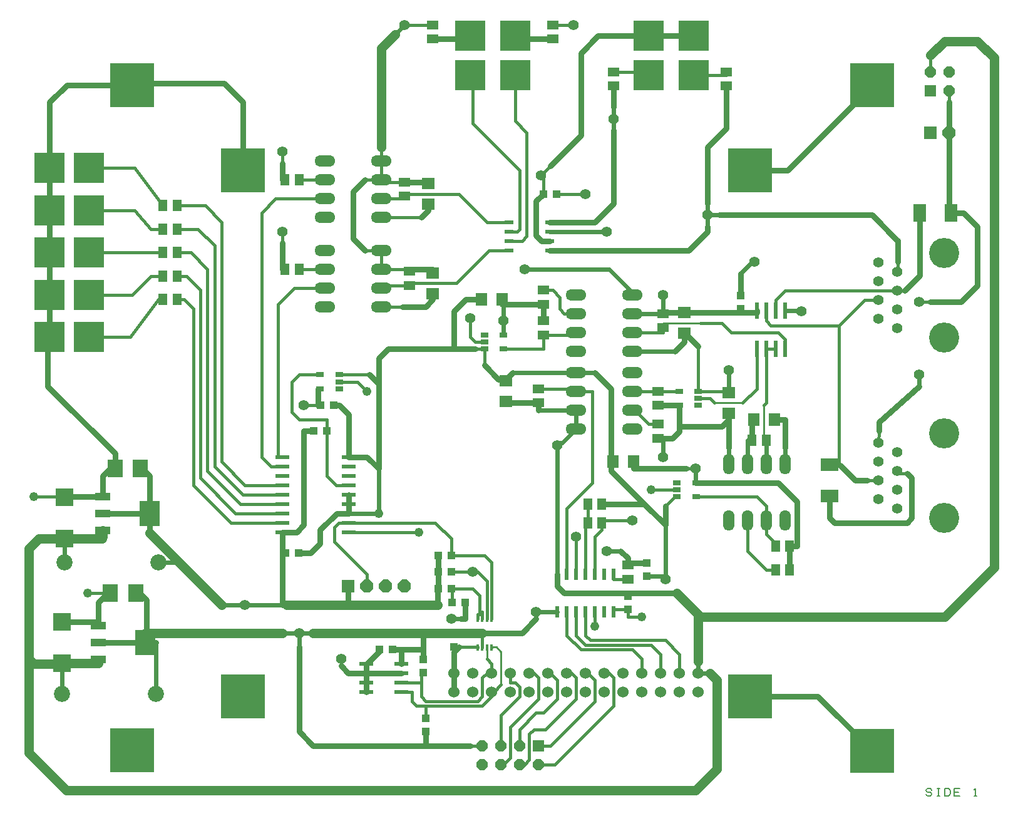
<source format=gtl>
%FSLAX23Y23*%
%MOIN*%
G04 EasyPC Gerber Version 14.0.2 Build 2922 *
%AMT73*0 Octagon Pad at angle 0*4,1,8,-0.01243,-0.03000,0.01243,-0.03000,0.03000,-0.01243,0.03000,0.01243,0.01243,0.03000,-0.01243,0.03000,-0.03000,0.01243,-0.03000,-0.01243,-0.01243,-0.03000,0*%
%ADD73T73*%
%AMT29*0 Octagon Pad at angle 0*4,1,8,-0.01450,-0.03500,0.01450,-0.03500,0.03500,-0.01450,0.03500,0.01450,0.01450,0.03500,-0.01450,0.03500,-0.03500,0.01450,-0.03500,-0.01450,-0.01450,-0.03500,0*%
%ADD29T29*%
%ADD84O,0.06000X0.11000*%
%ADD75R,0.01614X0.03563*%
%ADD83R,0.02400X0.08700*%
%ADD97R,0.02402X0.05984*%
%ADD76R,0.03940X0.04330*%
%ADD79R,0.05100X0.06000*%
%ADD86R,0.06300X0.07090*%
%ADD88R,0.06988X0.09252*%
%ADD95R,0.08000X0.09500*%
%ADD94R,0.10531X0.13189*%
%ADD92R,0.16142X0.16339*%
%ADD72R,0.06000X0.06000*%
%ADD28R,0.07000X0.07000*%
%ADD96R,0.09500X0.09500*%
%ADD25R,0.23622X0.23622*%
%ADD16C,0.00787*%
%ADD12C,0.01000*%
%ADD101C,0.01500*%
%ADD102C,0.01772*%
%ADD14C,0.02362*%
%ADD100C,0.03000*%
%ADD26C,0.04800*%
%ADD103C,0.05000*%
%ADD89C,0.05543*%
%ADD99C,0.05600*%
%ADD27C,0.06000*%
%ADD82O,0.11000X0.06000*%
%ADD74R,0.07800X0.02200*%
%ADD91R,0.04980X0.02323*%
%ADD77R,0.03898X0.02717*%
%ADD80R,0.04330X0.03940*%
%ADD93R,0.08169X0.04291*%
%ADD81R,0.06000X0.05100*%
%ADD85R,0.07090X0.06300*%
%ADD87R,0.09252X0.06988*%
%ADD78R,0.16339X0.16142*%
%ADD98C,0.08600*%
%ADD90C,0.16000*%
X0Y0D02*
D02*
D12*
X2678Y953D02*
Y1014D01*
X2678*
X2703Y1015D02*
X2728D01*
X2753Y990*
Y815*
X3615Y2715D02*
Y2740D01*
X3815*
X3890Y2315D02*
X4040D01*
X4153Y2115D02*
Y2303D01*
D02*
D14*
X415Y765D02*
Y930D01*
X428Y1593D02*
Y1465D01*
X915Y765D02*
Y1040D01*
X928Y1465D02*
X1053D01*
X1390Y1240D02*
X1265D01*
X1613D02*
X1390D01*
X1678Y1015D02*
Y1090D01*
X1753*
X1678D02*
X1590D01*
X2103Y1728D02*
X1943D01*
X2103Y1965D02*
Y1728D01*
X2240Y4328D02*
X2190Y4278D01*
X2490Y1165D02*
X2540D01*
X2765Y2753D02*
X2766Y2865D01*
Y2677D02*
X2765Y2753D01*
X2815Y2478D02*
X3153D01*
X2878Y3028D02*
X3328D01*
X3453Y2903*
Y2890*
X2940Y1165D02*
Y1202D01*
X3053*
X2965Y3528D02*
X2980D01*
X3011Y3228D02*
X3315D01*
X3053Y1403D02*
Y2090D01*
Y2103*
X3078*
X3153Y2178*
Y2278*
X2953*
X3153Y2478D02*
X3253D01*
X3315Y1528D02*
X3390D01*
X3353Y3828D02*
Y3765D01*
Y3828D02*
Y3890D01*
X3453Y2590D02*
X3678D01*
X3528Y1393D02*
X3628D01*
Y1378*
X3615Y2028D02*
Y2128D01*
Y2790D02*
Y2890D01*
Y2790D02*
X3453D01*
X3628Y1665D02*
Y1378D01*
X3790Y1890D02*
Y1965D01*
X3803Y877D02*
X3865D01*
X3803D02*
Y940D01*
X3853Y3315D02*
X3915D01*
X3853D02*
Y3253D01*
Y3315D02*
Y3378D01*
X3965Y1990D02*
Y2078D01*
Y2370D02*
Y2490D01*
X4028Y3003D02*
X4090Y3065D01*
X4103*
X4065Y1990D02*
Y2115D01*
X4165Y1990D02*
Y2115D01*
X4265Y1990D02*
Y2078D01*
Y2807D02*
X4353D01*
Y2803*
X4978Y2403D02*
Y2465D01*
D02*
D16*
X5015Y234D02*
X5018Y228D01*
X5024Y224*
X5037*
X5043Y228*
X5046Y234*
X5043Y240*
X5037Y243*
X5024*
X5018Y246*
X5015Y253*
X5018Y259*
X5024Y262*
X5037*
X5043Y259*
X5046Y253*
X5074Y224D02*
X5087D01*
X5081D02*
Y262D01*
X5074D02*
X5087D01*
X5115Y224D02*
Y262D01*
X5134*
X5140Y259*
X5143Y256*
X5146Y249*
Y237*
X5143Y231*
X5140Y228*
X5134Y224*
X5115*
X5165D02*
Y262D01*
X5196*
X5190Y243D02*
X5165D01*
Y224D02*
X5196D01*
X5271D02*
X5284D01*
X5278D02*
Y262D01*
X5271Y256*
D02*
D25*
X790Y465D03*
Y4008D03*
X1378Y753D03*
Y3553D03*
X4078Y753D03*
Y3553D03*
X4727Y464D03*
Y4008D03*
D02*
D26*
X265Y1815D03*
X553Y1303D03*
X2040Y2378D03*
X2103Y1728D03*
X2315Y1628D03*
X3253Y1127D03*
X3503Y1178D03*
X3553Y1853D03*
D02*
D27*
X2503Y778D03*
Y877D03*
X2603Y778D03*
Y877D03*
X2703Y778D03*
Y877D03*
X2803Y778D03*
Y877D03*
X2903Y778D03*
Y877D03*
X3003Y778D03*
Y877D03*
X3103Y778D03*
Y877D03*
X3203Y778D03*
Y877D03*
X3303Y778D03*
Y877D03*
X3403Y778D03*
Y877D03*
X3503Y778D03*
Y877D03*
X3603Y778D03*
Y877D03*
X3703Y778D03*
Y877D03*
X3803Y778D03*
Y877D03*
D02*
D28*
X1940Y1340D03*
X5040Y3753D03*
D02*
D29*
X2040Y1340D03*
X2140D03*
X2240D03*
X5140Y3753D03*
D02*
D72*
X2953Y490D03*
X5040Y3978D03*
D02*
D73*
X2653Y390D03*
Y490D03*
X2753Y390D03*
Y490D03*
X2853Y390D03*
Y490D03*
X2953Y390D03*
X5040Y4078D03*
X5140Y3978D03*
Y4078D03*
D02*
D74*
X1587Y1628D03*
Y1678D03*
Y1728D03*
Y1778D03*
Y1828D03*
Y1878D03*
Y1928D03*
Y1978D03*
Y2028D03*
X1943Y1628D03*
Y1678D03*
Y1728D03*
Y1778D03*
Y1828D03*
Y1878D03*
Y1928D03*
Y1978D03*
Y2028D03*
X2035Y778D03*
Y828D03*
Y877D03*
Y928D03*
X2221Y778D03*
Y828D03*
Y877D03*
Y928D03*
D02*
D75*
X2627Y1014D03*
Y1166D03*
X2652Y1014D03*
Y1166D03*
X2678Y1014D03*
Y1166D03*
X2703Y1014D03*
Y1166D03*
D02*
D76*
X1605Y1515D03*
X1675D03*
X1755Y2165D03*
X1793Y2303D03*
X1825Y2165D03*
X1863Y2303D03*
X2105Y1002D03*
X2175D03*
X2418Y1328D03*
Y1415D03*
Y1503D03*
X2488Y1328D03*
Y1415D03*
Y1503D03*
X2493Y1252D03*
X2563D03*
X2980Y3428D03*
X3050D03*
D02*
D77*
X1789Y2390D03*
Y2465D03*
X1891Y2390D03*
Y2428D03*
Y2465D03*
X2664Y2603D03*
Y2640D03*
Y2677D03*
X2766Y2603D03*
Y2677D03*
X3689Y1815D03*
Y1853D03*
Y1890D03*
X3701Y2303D03*
Y2377D03*
X3791Y1815D03*
Y1890D03*
X3803Y2303D03*
Y2340D03*
Y2377D03*
D02*
D78*
X348Y2665D03*
Y2890D03*
Y3115D03*
Y3340D03*
Y3565D03*
X557Y2665D03*
Y2890D03*
Y3115D03*
Y3340D03*
Y3565D03*
D02*
D79*
X953Y2865D03*
Y2990D03*
Y3115D03*
Y3240D03*
Y3365D03*
X1028Y2865D03*
Y2990D03*
Y3115D03*
Y3240D03*
Y3365D03*
X1603Y3028D03*
Y3503D03*
X1678Y3028D03*
Y3503D03*
X3215Y1678D03*
Y1778D03*
X3290Y1678D03*
Y1778D03*
X4090Y2115D03*
X4165D03*
X4215Y1428D03*
Y1553D03*
X4290Y1428D03*
Y1553D03*
D02*
D80*
X2340Y880D03*
Y950D03*
X2353Y568D03*
Y638D03*
X2503Y1018D03*
Y1088D03*
X3428Y1218D03*
Y1288D03*
X3528Y1393D03*
Y1463D03*
X4028Y2818D03*
Y2888D03*
D02*
D81*
X2240Y3415D03*
Y3490D03*
X2265Y2940D03*
Y3015D03*
X2390Y4253D03*
Y4328D03*
X2953Y2315D03*
Y2390D03*
X2978Y2678D03*
Y2753D03*
Y2840D03*
Y2915D03*
X3028Y4253D03*
Y4328D03*
X3353Y4003D03*
Y4078D03*
X3428Y1378D03*
Y1453D03*
X3590Y2128D03*
Y2203D03*
Y2303D03*
Y2378D03*
X3615Y2715D03*
Y2790D03*
X3953Y4003D03*
Y4078D03*
D02*
D82*
X1815Y2828D03*
Y2928D03*
Y3028D03*
Y3128D03*
Y3303D03*
Y3403D03*
Y3503D03*
Y3603D03*
X2115Y2828D03*
Y2928D03*
Y3028D03*
Y3128D03*
Y3303D03*
Y3403D03*
Y3503D03*
Y3603D03*
X3153Y2178D03*
Y2278D03*
Y2378D03*
Y2478D03*
Y2590D03*
Y2690D03*
Y2790D03*
Y2890D03*
X3453Y2178D03*
Y2278D03*
Y2378D03*
Y2478D03*
Y2590D03*
Y2690D03*
Y2790D03*
Y2890D03*
D02*
D83*
X4115Y2603D03*
Y2807D03*
X4165Y2603D03*
Y2807D03*
X4215Y2603D03*
Y2807D03*
X4265Y2603D03*
Y2807D03*
D02*
D84*
X3965Y1690D03*
Y1990D03*
X4065Y1690D03*
Y1990D03*
X4165Y1690D03*
Y1990D03*
X4265Y1690D03*
Y1990D03*
D02*
D85*
X2365Y3373D03*
Y3483D03*
X2390Y2898D03*
Y3008D03*
X2778Y2322D03*
Y2433D03*
X3728Y2685D03*
Y2795D03*
X3965Y2260D03*
Y2370D03*
D02*
D86*
X2648Y2865D03*
X2758D03*
X3348Y2003D03*
X3458D03*
X4098Y2228D03*
X4207D03*
D02*
D87*
X4503Y1819D03*
Y1986D03*
D02*
D88*
X4982Y3328D03*
X5148D03*
D02*
D89*
X4763Y1803D03*
Y1903D03*
Y2003D03*
Y2103D03*
Y2763D03*
Y2863D03*
Y2963D03*
Y3063D03*
X4863Y1753D03*
Y1853D03*
Y1953D03*
Y2053D03*
Y2713D03*
Y2813D03*
Y2913D03*
Y3013D03*
D02*
D90*
X5113Y1703D03*
Y2153D03*
Y2663D03*
Y3113D03*
D02*
D91*
X2794Y3128D03*
Y3178D03*
Y3228D03*
Y3278D03*
X3011Y3128D03*
Y3178D03*
Y3228D03*
Y3278D03*
D02*
D92*
X2590Y4061D03*
Y4269D03*
X2828Y4061D03*
Y4269D03*
X3540Y4061D03*
Y4269D03*
X3778Y4061D03*
Y4269D03*
D02*
D93*
X608Y949D03*
Y1040D03*
Y1131D03*
X633Y1637D03*
Y1728D03*
Y1818D03*
D02*
D94*
X858Y1040D03*
X883Y1728D03*
D02*
D95*
X673Y1303D03*
X698Y1965D03*
X807Y1303D03*
X832Y1965D03*
D02*
D96*
X415Y930D03*
Y1150D03*
X428Y1593D03*
Y1813D03*
D02*
D97*
X3053Y1202D03*
Y1403D03*
X3103Y1202D03*
Y1403D03*
X3153Y1202D03*
Y1403D03*
X3203Y1202D03*
Y1403D03*
X3253Y1202D03*
Y1403D03*
X3303Y1202D03*
Y1403D03*
X3353Y1202D03*
Y1403D03*
D02*
D98*
X415Y765D03*
X428Y1465D03*
X915Y765D03*
X928Y1465D03*
D02*
D99*
X1390Y1240D03*
X1590Y3228D03*
Y3653D03*
X1678Y1090D03*
X1703Y2303D03*
X1903Y953D03*
X2240Y4328D03*
X2490Y1165D03*
X2590Y2765D03*
X2603Y1415D03*
X2765Y2753D03*
X2878Y3028D03*
X2940Y1202D03*
X2965Y3528D03*
X3053Y2090D03*
X3140Y4328D03*
X3153Y1603D03*
X3203Y3428D03*
X3315Y1528D03*
Y3228D03*
X3353Y3828D03*
X3453Y1690D03*
X3615Y2028D03*
Y2890D03*
X3628Y1378D03*
X3790Y1965D03*
X3853Y3315D03*
X3965Y2490D03*
X4103Y3065D03*
X4353Y2803D03*
X4978Y2465D03*
Y2853D03*
D02*
D100*
X348Y2665D02*
X340D01*
Y2403*
X698Y2045*
Y1965*
X348Y2890D02*
Y2665D01*
Y3115D02*
Y2890D01*
Y3115D02*
Y3340D01*
Y3565D02*
Y3915D01*
X442Y4008*
X790*
X348Y3565D02*
Y3340D01*
X415Y930D02*
Y928D01*
Y1150D02*
X608D01*
Y1131*
Y930D02*
Y949D01*
Y1131D02*
Y1252D01*
X658Y1303*
X673*
X627Y1593D02*
Y1603D01*
X633*
Y1728D02*
X883D01*
X633Y1818D02*
X428D01*
Y1813*
X698Y1965D02*
X671D01*
X633Y1928*
Y1818*
X790Y4008D02*
Y4015D01*
X1278*
X1378Y3915*
Y3553*
X807Y1303D02*
X828D01*
X865Y1265*
Y1040*
X858*
X608*
X858Y1090D02*
Y1040D01*
X883Y1622D02*
Y1728D01*
Y1928*
X846Y1965*
X832*
X915Y1040D02*
X858D01*
X1053Y1465D02*
Y1453D01*
X1587Y1628D02*
X1665D01*
X1703Y1665*
Y2165*
X1755*
X1587Y1628D02*
Y1240D01*
X1613*
X1590Y3165D02*
Y3028D01*
X1603*
X1590Y3590D02*
Y3503D01*
X1603*
X1793Y2303D02*
X1778D01*
Y2390*
X1789*
X1863Y2303D02*
X1893D01*
X1943Y2253*
Y2028*
X1940Y1340D02*
Y1240D01*
X1943Y1728D02*
Y1778D01*
Y1728D02*
X1878D01*
X1790Y1640*
Y1565*
X1740Y1515*
X1675*
X1943Y1778D02*
Y1828D01*
Y2028D02*
X2040D01*
X2103Y1965*
X2028Y3128D02*
X1965Y3190D01*
Y3440*
X2028Y3503*
X2035Y828D02*
Y778D01*
Y877D02*
X1940D01*
X1903Y915*
X2035Y877D02*
X2221D01*
X2035D02*
Y828D01*
Y928D02*
Y877D01*
X2053Y2465D02*
X2103Y2415D01*
Y2403*
Y1965*
X2105Y1002D02*
Y993D01*
X2040Y928*
X2035*
X2175Y1002D02*
X2221D01*
X2340*
X2221D02*
Y928D01*
X2240Y3490D02*
X2365D01*
Y3483*
X2265Y3015D02*
Y3028D01*
X2390*
Y3008*
X2265Y3028D02*
Y3015D01*
X2328Y3303D02*
X2365Y3340D01*
Y3373*
X2340Y950D02*
Y1002D01*
Y1090*
X2353Y490D02*
X1753D01*
X1678Y565*
Y1015*
X2353Y568D02*
Y490D01*
X2390Y2898D02*
Y2865D01*
X2353Y2828*
X2228*
X2418Y1328D02*
X2415D01*
Y1240*
X2418Y1415D02*
Y1503D01*
Y1415D02*
Y1328D01*
X2478Y2603D02*
X2153D01*
X2103Y2553*
Y2403*
X2478Y2603D02*
X2578D01*
Y2603*
X2615*
Y2603*
X2503Y877D02*
Y990D01*
X2528Y1015*
X2503Y877D02*
Y778D01*
X2540Y1165D02*
X2563D01*
Y1252*
X2590Y490D02*
X2353D01*
X2590Y4253D02*
X2390D01*
X2648Y2865D02*
X2565D01*
X2503Y2803*
Y2603*
X2478*
X2652Y1090D02*
X2865D01*
X2940Y1165*
X2665Y2515D02*
X2740Y2440D01*
X2778*
Y2433*
X2758Y2865D02*
Y2840D01*
X2978*
X2766Y2865D02*
X2758D01*
X2778Y2433D02*
Y2440D01*
X2815Y2478*
X2953Y2278D02*
Y2315D01*
X2778*
Y2322*
X2978Y2753D02*
Y2840D01*
X2980Y3428D02*
X2978D01*
X2940Y3390*
Y3205*
X2968Y3178*
X3011*
X3015Y3578D02*
X3178Y3740D01*
Y4178*
X3269Y4269*
X3540*
X3028Y4253D02*
X2828D01*
X3253Y2478D02*
X3340Y2390D01*
Y1953*
X3515Y1778*
X3290D02*
X3365D01*
X3515*
X3353Y3765D02*
Y3378D01*
X3253Y3278*
X3011*
X3353Y3890D02*
Y4003D01*
X3390Y1528D02*
X3428Y1490D01*
Y1453*
X3515Y1778D02*
X3628Y1665D01*
X3528Y1463D02*
X3428D01*
Y1453*
X3540Y4269D02*
X3778D01*
X3590Y2128D02*
X3665D01*
X3701Y2164*
Y2190*
X3590Y2303D02*
X3701D01*
Y2303*
X3615Y2128D02*
X3590D01*
X3628Y1765D02*
Y1665D01*
X3678Y2590D02*
X3728Y2640D01*
Y2685*
X3690Y1303D02*
X3090D01*
X3053Y1340*
Y1403*
X3701Y2190D02*
Y2303D01*
X3728Y2795D02*
X4115D01*
Y2807*
X3728Y2795D02*
X3615D01*
Y2790*
X3740Y1965D02*
X3458D01*
Y2003*
X3791Y1890D02*
Y1890D01*
X4228*
X4328Y1790*
Y1553*
X4290*
X3791Y1890D02*
X3790D01*
X3803Y2615D02*
X3728Y2690D01*
Y2685*
X3853Y3253D02*
Y3228D01*
X3753Y3128*
X3011*
X3853Y3378D02*
Y3678D01*
X3953Y3778*
Y4003*
X3915Y3315D02*
X4728D01*
X4863Y3180*
X4865*
Y3065*
X3965Y2078D02*
Y2260D01*
Y2228*
X3928Y2190*
X3701*
X3965Y2377D02*
Y2370D01*
X4028Y2888D02*
Y3003D01*
X4078Y753D02*
X4440D01*
X4727Y466*
Y464*
X4078Y3553D02*
X4278D01*
X4727Y4002*
Y4008*
X4090Y2115D02*
Y2228D01*
X4098*
X4265Y2078D02*
Y2228D01*
X4207*
X4290Y1428D02*
Y1553D01*
X4503Y1819D02*
Y1703D01*
X4528Y1678*
X4915*
X4940Y1703*
Y1915*
X4915Y1940*
X4703Y1903D02*
X4640D01*
X4559Y1984*
X4765Y2165D02*
Y2213D01*
X4978Y2403*
X4982Y3328D02*
Y2992D01*
X4903Y2913*
X5040Y2853D02*
X5203D01*
X5290Y2940*
Y3253*
X5215Y3328*
X5148*
X5140Y3915D02*
Y3753D01*
X5148Y3328D02*
X5140D01*
Y3753*
D02*
D101*
X428Y1815D02*
Y1813D01*
X553Y1303D02*
X673D01*
X557Y2665D02*
X778D01*
X928Y2865*
X953*
X557Y3565D02*
X803D01*
X953Y3365*
Y2990D02*
X890D01*
X790Y2890*
X557*
X953Y3115D02*
X557D01*
X953Y3240D02*
X890D01*
X803Y3340*
X557*
X1587Y1678D02*
X1315D01*
X1115Y1878*
Y2815*
X1065Y2865*
X1028*
X1587Y1728D02*
X1340D01*
X1153Y1915*
Y2915*
X1077Y2990*
X1028*
X1587Y1778D02*
X1365D01*
X1190Y1953*
Y3028*
X1103Y3115*
X1028*
X1587Y1828D02*
X1378D01*
X1228Y1978*
Y3153*
X1140Y3240*
X1028*
X1587Y1878D02*
X1390D01*
X1265Y2003*
Y3278*
X1178Y3365*
X1028*
X1587Y1978D02*
X1528D01*
X1478Y2028*
Y3328*
X1553Y3403*
X1815*
X1587Y2028D02*
X1565D01*
Y2840*
X1653Y2928*
X1815*
X1590Y3228D02*
Y3165D01*
Y3653D02*
Y3590D01*
X1703Y2303D02*
X1793D01*
X1789Y2465D02*
X1677D01*
X1640Y2428*
Y2265*
X1678Y2228*
X1825*
Y2165*
X1815Y3028D02*
X1678D01*
X1815Y3503D02*
X1678D01*
X1825Y2165D02*
Y1928D01*
X1875Y1878*
X1943*
X1891Y2465D02*
X2053D01*
X1903Y915D02*
Y953D01*
X1943Y1678D02*
X1890D01*
X1865Y1653*
Y1578*
X2040Y1403*
Y1340*
X2028Y3503D02*
X2115D01*
X2040Y2378D02*
X1990Y2428D01*
X1891*
X2115Y2928D02*
Y2940D01*
X2265*
X2115Y3028D02*
X2265D01*
X2115Y3128D02*
X2028D01*
X2115D02*
Y3028D01*
Y3303D02*
X2328D01*
X2115Y3403D02*
X2240D01*
Y3415*
X2115Y3503D02*
Y3603D01*
Y3678D02*
Y3603D01*
X2228Y2828D02*
X2115D01*
X2240Y3415D02*
Y3428D01*
X2528*
X2678Y3278*
X2794*
X2240Y3490D02*
X2115D01*
Y3503*
X2240Y4328D02*
X2390D01*
X2265Y2940D02*
Y2953D01*
X2515*
X2690Y3128*
X2794*
X2315Y1628D02*
X1943D01*
X2328Y828D02*
X2221D01*
X2340Y880D02*
X2328D01*
Y828*
X2353Y638D02*
Y703D01*
X2303*
X2278Y728*
Y778*
X2221*
X2488Y1503D02*
Y1593D01*
X2403Y1678*
X1943*
X2493Y1252D02*
Y1328D01*
X2488*
X2528Y1015D02*
X2627D01*
Y1014*
X2590Y4269D02*
Y4253D01*
X2603Y1415D02*
X2488D01*
X2615Y2603D02*
X2664Y2603D01*
X2627Y1166D02*
Y1190D01*
X2640*
Y1202*
Y1291*
X2603Y1328*
X2488*
X2652Y1014D02*
Y1090D01*
Y1166D02*
Y1202D01*
X2640*
X2653Y490D02*
X2590D01*
X2664Y2603D02*
X2665D01*
Y2515*
X2664Y2640D02*
X2615D01*
X2590Y2665*
Y2765*
X2678Y1166D02*
Y1365D01*
X2628Y1415*
X2603*
X2703Y778D02*
Y753D01*
X2653Y703*
X2353*
X2703Y877D02*
X2678D01*
X2653Y853*
Y753*
X2628Y728*
X2353*
X2328Y753*
Y828*
X2703Y877D02*
Y928D01*
X2678Y953*
X2703Y1014D02*
Y1015D01*
Y1166D02*
Y1465D01*
X2666Y1503*
X2488*
X2753Y490D02*
Y653D01*
X2853Y753*
Y803*
X2828Y828*
X2803*
Y877*
X2753Y815D02*
X2715Y778D01*
X2703*
X2766Y2603D02*
X2978D01*
Y2678*
X2794Y3228D02*
X2840D01*
X2853Y3240*
Y3553*
X2603Y3803*
Y4061*
X2590*
X2828D02*
Y3815D01*
X2890Y3753*
Y3203*
X2865Y3178*
X2794*
X2828Y4253D02*
Y4269D01*
X2853Y390D02*
X2878D01*
X2903Y415*
Y553*
X2928Y578*
X2990*
X3153Y740*
Y853*
X3128Y877*
X3103*
X2853Y490D02*
Y578D01*
X2940Y665*
X2978*
X3053Y740*
Y840*
X3015Y877*
X3003*
X2903D02*
X2928D01*
X2953Y853*
Y740*
X2803Y590*
Y428*
X2765Y390*
X2753*
X2953D02*
X3040D01*
X3353Y703*
Y853*
X3328Y877*
X3303*
X2953Y490D02*
X3015D01*
X3253Y728*
Y840*
X3215Y877*
X3203*
X2953Y2390D02*
X3153D01*
Y2378*
X2965Y3528D02*
X3015Y3578D01*
X2978Y2678D02*
X3153D01*
Y2690*
X2980Y3528D02*
Y3428D01*
X3028Y4328D02*
X3140D01*
X3050Y3428D02*
X3203D01*
X3153Y1202D02*
Y1077D01*
X3203Y1028*
X3553*
X3603Y978*
Y877*
X3153Y1403D02*
Y1603D01*
Y2378D02*
X3240D01*
Y1890*
X3103Y1753*
Y1403*
X3153Y2790D02*
X3090D01*
X3065Y2815*
Y2878*
X3028Y2915*
X2978*
X3203Y1202D02*
Y1077D01*
X3228Y1053*
X3628*
X3703Y978*
Y877*
X3203Y1403D02*
Y1678D01*
X3215*
Y1778D02*
Y1678D01*
X3253Y1202D02*
Y1127D01*
X3290Y1678D02*
Y1690D01*
X3453*
X3290Y1678D02*
Y1640D01*
X3253Y1603*
Y1403*
X3353D02*
Y1378D01*
X3428*
X3353Y4078D02*
X3540D01*
Y4061*
X3428Y1218D02*
X3353D01*
Y1202*
X3453Y2278D02*
X3465D01*
X3540Y2203*
X3590*
X3453Y2378D02*
X3701D01*
Y2377*
X3453Y2690D02*
X3615D01*
Y2715*
X3503Y877D02*
Y953D01*
X3453Y1002*
X3178*
X3103Y1077*
Y1202*
X3503Y1178D02*
X3428D01*
Y1218*
X3553Y1853D02*
X3689D01*
Y1815D02*
X3678D01*
X3628Y1765*
X3778Y4061D02*
X3953D01*
Y4078*
X3790Y1965D02*
X3740D01*
X3791Y1815D02*
Y1815D01*
X4115*
X4165Y1765*
Y1690*
X3803Y2340D02*
X3865D01*
X3890Y2315*
X3803Y2377D02*
X3965D01*
X3803D02*
X3803D01*
Y2615*
X3815Y2740D02*
X3928D01*
X3978Y2690*
X4228*
X4265Y2653*
Y2603*
X4040Y2315D02*
X4115Y2390D01*
Y2603*
X4065Y2115D02*
X4090D01*
X4165D02*
X4153D01*
X4165Y2603D02*
X4215D01*
X4165D02*
Y2315D01*
X4153Y2303*
X4165Y2807D02*
Y2753D01*
X4190Y2728*
X4553*
X4215Y1428D02*
X4165D01*
X4065Y1528*
Y1690*
X4215Y1553D02*
Y1565D01*
X4165Y1615*
Y1690*
X4215Y2807D02*
Y2863D01*
X4265Y2913*
X4863*
X4503Y1986D02*
X4559D01*
Y1984*
X4553Y2728D02*
X4688Y2863D01*
X4763*
X4559Y1984D02*
X4553Y1990D01*
Y2728*
X4763Y1903D02*
X4703D01*
X4763Y2103D02*
X4765Y2165D01*
X4865Y3065D02*
Y3013D01*
X4863*
X4903Y2913D02*
X4863D01*
X4915Y1940D02*
X4863D01*
Y1953*
X4978Y2853D02*
X5040D01*
Y4165D02*
Y4078D01*
X5140Y3978D02*
Y3915D01*
D02*
D102*
X265Y1815D02*
X428D01*
D02*
D103*
X240Y953D02*
Y1540D01*
X293Y1593*
X428*
X415Y928D02*
X265D01*
X240Y953*
X415Y930D02*
X608D01*
X428Y1593D02*
X627D01*
X633Y1603D02*
Y1637D01*
X1053Y1453D02*
X883Y1622D01*
X1265Y1240D02*
X1053Y1453D01*
X1590Y1090D02*
X858D01*
X1753D02*
X2340D01*
X1940Y1240D02*
X1613D01*
X2190Y4278D02*
X2115Y4203D01*
Y3678*
X2340Y1090D02*
X2652D01*
X2415Y1240D02*
X1940D01*
X3803Y940D02*
Y1178D01*
Y1190*
X3690Y1303*
X3803Y1178D02*
X5115D01*
X5378Y1440*
Y4153*
X5290Y4240*
X5115*
X5040Y4165*
X3865Y877D02*
X3903Y840D01*
Y365*
X3790Y253*
X440*
X240Y453*
Y953*
X0Y0D02*
M02*

</source>
